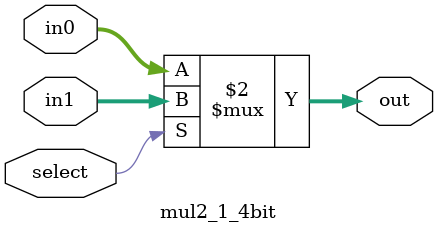
<source format=v>
`include "define.v"

module mul2_1_4bit(
		in0, 
		in1,
		select,
		out);
		
	input[3:0] in0,in1;
	input select;
	output[3:0] out;
	
	assign out = (select == 0) ? in0 : in1;
	
endmodule

</source>
